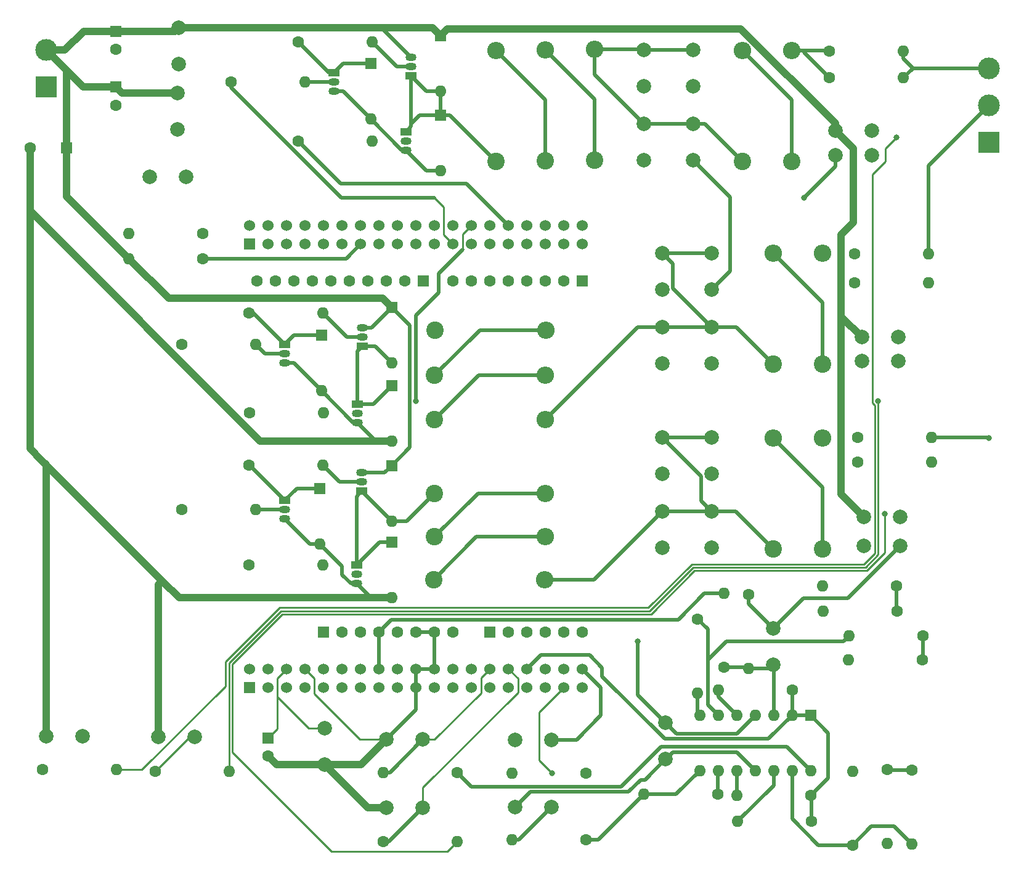
<source format=gbr>
%TF.GenerationSoftware,KiCad,Pcbnew,7.0.8*%
%TF.CreationDate,2024-01-04T13:34:46+01:00*%
%TF.ProjectId,Inverter F446,496e7665-7274-4657-9220-463434362e6b,rev?*%
%TF.SameCoordinates,Original*%
%TF.FileFunction,Copper,L2,Bot*%
%TF.FilePolarity,Positive*%
%FSLAX46Y46*%
G04 Gerber Fmt 4.6, Leading zero omitted, Abs format (unit mm)*
G04 Created by KiCad (PCBNEW 7.0.8) date 2024-01-04 13:34:46*
%MOMM*%
%LPD*%
G01*
G04 APERTURE LIST*
%TA.AperFunction,ComponentPad*%
%ADD10C,2.000000*%
%TD*%
%TA.AperFunction,ComponentPad*%
%ADD11C,1.600000*%
%TD*%
%TA.AperFunction,ComponentPad*%
%ADD12O,1.600000X1.600000*%
%TD*%
%TA.AperFunction,ComponentPad*%
%ADD13R,1.600000X1.600000*%
%TD*%
%TA.AperFunction,ComponentPad*%
%ADD14R,1.500000X1.050000*%
%TD*%
%TA.AperFunction,ComponentPad*%
%ADD15O,1.500000X1.050000*%
%TD*%
%TA.AperFunction,ComponentPad*%
%ADD16C,2.400000*%
%TD*%
%TA.AperFunction,ComponentPad*%
%ADD17O,2.400000X2.400000*%
%TD*%
%TA.AperFunction,ComponentPad*%
%ADD18R,3.000000X3.000000*%
%TD*%
%TA.AperFunction,ComponentPad*%
%ADD19C,3.000000*%
%TD*%
%TA.AperFunction,ComponentPad*%
%ADD20R,1.605000X1.605000*%
%TD*%
%TA.AperFunction,ComponentPad*%
%ADD21C,1.605000*%
%TD*%
%TA.AperFunction,ComponentPad*%
%ADD22R,1.530000X1.530000*%
%TD*%
%TA.AperFunction,ComponentPad*%
%ADD23C,1.530000*%
%TD*%
%TA.AperFunction,ViaPad*%
%ADD24C,0.800000*%
%TD*%
%TA.AperFunction,Conductor*%
%ADD25C,0.500000*%
%TD*%
%TA.AperFunction,Conductor*%
%ADD26C,1.000000*%
%TD*%
%TA.AperFunction,Conductor*%
%ADD27C,0.250000*%
%TD*%
G04 APERTURE END LIST*
D10*
%TO.P,C12,1*%
%TO.N,Net-(C10-Pad1)*%
X109220000Y-55860000D03*
%TO.P,C12,2*%
%TO.N,GND1*%
X109220000Y-60860000D03*
%TD*%
D11*
%TO.P,R37,1*%
%TO.N,GND*%
X39260959Y-43050087D03*
D12*
%TO.P,R37,2*%
%TO.N,ADC2_IN6*%
X29100959Y-43050087D03*
%TD*%
D13*
%TO.P,D2,1,K*%
%TO.N,Net-(D2-K)*%
X62339688Y-19656242D03*
D12*
%TO.P,D2,2,A*%
%TO.N,GND*%
X62339688Y-27276242D03*
%TD*%
D10*
%TO.P,C24,1*%
%TO.N,ADC1_IN4*%
X130078061Y-85980594D03*
%TO.P,C24,2*%
%TO.N,GND*%
X135078061Y-85980594D03*
%TD*%
D14*
%TO.P,Q3,1,C*%
%TO.N,Net-(D2-K)*%
X57274523Y-20926242D03*
D15*
%TO.P,Q3,2,B*%
%TO.N,Net-(Q3-B)*%
X57274523Y-22196242D03*
%TO.P,Q3,3,E*%
%TO.N,GND*%
X57274523Y-23466242D03*
%TD*%
D16*
%TO.P,L6,1,1*%
%TO.N,Net-(D1-A)*%
X79586667Y-33127323D03*
D17*
%TO.P,L6,2,2*%
%TO.N,Net-(L1-Pad1)*%
X79586667Y-17887323D03*
%TD*%
D13*
%TO.P,C7,1*%
%TO.N,+5V*%
X27339244Y-22871589D03*
D11*
%TO.P,C7,2*%
%TO.N,GND*%
X27339244Y-25371589D03*
%TD*%
D16*
%TO.P,L16,1,1*%
%TO.N,Net-(L15-Pad2)*%
X124460000Y-86360000D03*
D17*
%TO.P,L16,2,2*%
%TO.N,Net-(U4--)*%
X124460000Y-71120000D03*
%TD*%
D11*
%TO.P,R5,1*%
%TO.N,TIM_CH2N*%
X45685407Y-67651038D03*
D12*
%TO.P,R5,2*%
%TO.N,Net-(Q6-B)*%
X55845407Y-67651038D03*
%TD*%
D11*
%TO.P,R14,1*%
%TO.N,GND*%
X114300000Y-92611804D03*
D12*
%TO.P,R14,2*%
%TO.N,Net-(U5A-+)*%
X114300000Y-102771804D03*
%TD*%
D18*
%TO.P,J1,1,Pin_1*%
%TO.N,GND*%
X17780000Y-22860000D03*
D19*
%TO.P,J1,2,Pin_2*%
%TO.N,+5V*%
X17780000Y-17780000D03*
%TD*%
D11*
%TO.P,R1,1*%
%TO.N,Net-(D2-K)*%
X52379688Y-16701823D03*
D12*
%TO.P,R1,2*%
%TO.N,Net-(Q2-B)*%
X62539688Y-16701823D03*
%TD*%
D14*
%TO.P,Q8,1,C*%
%TO.N,Net-(D8-A)*%
X61147815Y-78446962D03*
D15*
%TO.P,Q8,2,B*%
%TO.N,Net-(Q8-B)*%
X61147815Y-77176962D03*
%TO.P,Q8,3,E*%
%TO.N,+5V*%
X61147815Y-75906962D03*
%TD*%
D10*
%TO.P,C25,1*%
%TO.N,ADC1_IN10*%
X87187777Y-112579296D03*
%TO.P,C25,2*%
%TO.N,GND*%
X82187777Y-112579296D03*
%TD*%
D11*
%TO.P,R22,1*%
%TO.N,ADC1_IN4*%
X122815658Y-120253120D03*
D12*
%TO.P,R22,2*%
%TO.N,Net-(U5C-+)*%
X112655658Y-120253120D03*
%TD*%
D11*
%TO.P,R32,1*%
%TO.N,ADC3_IN1*%
X64049887Y-126628662D03*
D12*
%TO.P,R32,2*%
%TO.N,Net-(R32-Pad2)*%
X74209887Y-126628662D03*
%TD*%
D11*
%TO.P,R25,1*%
%TO.N,Phase2*%
X138179567Y-101648266D03*
D12*
%TO.P,R25,2*%
%TO.N,Net-(U5D-+)*%
X128019567Y-101648266D03*
%TD*%
D11*
%TO.P,R21,1*%
%TO.N,Phase3*%
X133320319Y-116710364D03*
D12*
%TO.P,R21,2*%
%TO.N,Net-(U5C--)*%
X133320319Y-126870364D03*
%TD*%
D10*
%TO.P,C34,1*%
%TO.N,ADC2_IN6*%
X32020697Y-35199069D03*
%TO.P,C34,2*%
%TO.N,GND*%
X37020697Y-35199069D03*
%TD*%
D11*
%TO.P,R28,1*%
%TO.N,Net-(U5D--)*%
X128555967Y-127055435D03*
D12*
%TO.P,R28,2*%
%TO.N,Net-(R28-Pad2)*%
X128555967Y-116895435D03*
%TD*%
D13*
%TO.P,C32,1*%
%TO.N,Net-(U1A-E5V)*%
X48260000Y-112346386D03*
D11*
%TO.P,C32,2*%
%TO.N,GND*%
X48260000Y-114846386D03*
%TD*%
%TO.P,R11,1*%
%TO.N,Phase1*%
X134620000Y-91440000D03*
D12*
%TO.P,R11,2*%
%TO.N,Net-(U5B-+)*%
X124460000Y-91440000D03*
%TD*%
D11*
%TO.P,R40,1*%
%TO.N,Net-(U4--)*%
X129287238Y-71015959D03*
D12*
%TO.P,R40,2*%
%TO.N,Phase3*%
X139447238Y-71015959D03*
%TD*%
D16*
%TO.P,L3,1,1*%
%TO.N,Net-(C1-Pad1)*%
X113453332Y-33127323D03*
D17*
%TO.P,L3,2,2*%
%TO.N,Net-(L3-Pad2)*%
X113453332Y-17887323D03*
%TD*%
D11*
%TO.P,R10,1*%
%TO.N,Net-(U2--)*%
X125402877Y-21642615D03*
D12*
%TO.P,R10,2*%
%TO.N,Phase1*%
X135562877Y-21642615D03*
%TD*%
D16*
%TO.P,L7,1,1*%
%TO.N,Net-(D5-A)*%
X71205233Y-56291482D03*
D17*
%TO.P,L7,2,2*%
%TO.N,Net-(L7-Pad2)*%
X86445233Y-56291482D03*
%TD*%
D10*
%TO.P,C21,1*%
%TO.N,ADC1_IN4*%
X129840775Y-60555652D03*
%TO.P,C21,2*%
%TO.N,GND*%
X134840775Y-60555652D03*
%TD*%
D11*
%TO.P,R39,1*%
%TO.N,Net-(U3--)*%
X128860592Y-45829420D03*
D12*
%TO.P,R39,2*%
%TO.N,Phase2*%
X139020592Y-45829420D03*
%TD*%
D20*
%TO.P,U1,CN5_1,D8*%
%TO.N,unconnected-(U1F-D8-PadCN5_1)*%
X69600000Y-49530000D03*
D21*
%TO.P,U1,CN5_2,D9*%
%TO.N,unconnected-(U1F-D9-PadCN5_2)*%
X67060000Y-49530000D03*
%TO.P,U1,CN5_3,D10*%
%TO.N,unconnected-(U1F-D10-PadCN5_3)*%
X64520000Y-49530000D03*
%TO.P,U1,CN5_4,D11*%
%TO.N,unconnected-(U1F-D11-PadCN5_4)*%
X61980000Y-49530000D03*
%TO.P,U1,CN5_5,D12*%
%TO.N,unconnected-(U1F-D12-PadCN5_5)*%
X59440000Y-49530000D03*
%TO.P,U1,CN5_6,D13*%
%TO.N,unconnected-(U1F-D13-PadCN5_6)*%
X56900000Y-49530000D03*
%TO.P,U1,CN5_7,CN5_GND*%
%TO.N,GND*%
X54360000Y-49530000D03*
%TO.P,U1,CN5_8,AREF*%
%TO.N,unconnected-(U1F-AREF-PadCN5_8)*%
X51820000Y-49530000D03*
%TO.P,U1,CN5_9,D14*%
%TO.N,unconnected-(U1F-D14-PadCN5_9)*%
X49280000Y-49530000D03*
%TO.P,U1,CN5_10,D15*%
%TO.N,unconnected-(U1F-D15-PadCN5_10)*%
X46740000Y-49530000D03*
D20*
%TO.P,U1,CN6_1*%
%TO.N,N/C*%
X55880000Y-97790000D03*
D21*
%TO.P,U1,CN6_2,CN6_IOREF*%
%TO.N,unconnected-(U1C-CN6_IOREF-PadCN6_2)*%
X58420000Y-97790000D03*
%TO.P,U1,CN6_3,CN6_RESET*%
%TO.N,unconnected-(U1C-CN6_RESET-PadCN6_3)*%
X60960000Y-97790000D03*
%TO.P,U1,CN6_4,CN6_+3V3*%
%TO.N,+3.3V*%
X63500000Y-97790000D03*
%TO.P,U1,CN6_5,CN6_+5V*%
%TO.N,unconnected-(U1C-CN6_+5V-PadCN6_5)*%
X66040000Y-97790000D03*
%TO.P,U1,CN6_6,CN6_GND*%
%TO.N,GND*%
X68580000Y-97790000D03*
%TO.P,U1,CN6_7,CN6_GND*%
X71120000Y-97790000D03*
%TO.P,U1,CN6_8,CN6_VIN*%
%TO.N,unconnected-(U1C-CN6_VIN-PadCN6_8)*%
X73660000Y-97790000D03*
D22*
%TO.P,U1,CN7_1,PC10*%
%TO.N,unconnected-(U1A-PC10-PadCN7_1)*%
X45720000Y-105410000D03*
D23*
%TO.P,U1,CN7_2,PC11*%
%TO.N,unconnected-(U1A-PC11-PadCN7_2)*%
X45720000Y-102870000D03*
%TO.P,U1,CN7_3,PC12*%
%TO.N,unconnected-(U1A-PC12-PadCN7_3)*%
X48260000Y-105410000D03*
%TO.P,U1,CN7_4,PD2*%
%TO.N,unconnected-(U1A-PD2-PadCN7_4)*%
X48260000Y-102870000D03*
%TO.P,U1,CN7_5,VDD*%
%TO.N,unconnected-(U1A-VDD-PadCN7_5)*%
X50800000Y-105410000D03*
%TO.P,U1,CN7_6,E5V*%
%TO.N,Net-(U1A-E5V)*%
X50800000Y-102870000D03*
%TO.P,U1,CN7_7,BOOT0*%
%TO.N,unconnected-(U1A-BOOT0-PadCN7_7)*%
X53340000Y-105410000D03*
%TO.P,U1,CN7_8,CN7_GND*%
%TO.N,GND*%
X53340000Y-102870000D03*
%TO.P,U1,CN7_9*%
%TO.N,N/C*%
X55880000Y-105410000D03*
%TO.P,U1,CN7_10*%
X55880000Y-102870000D03*
%TO.P,U1,CN7_11*%
X58420000Y-105410000D03*
%TO.P,U1,CN7_12,CN7_IOREF*%
%TO.N,unconnected-(U1A-CN7_IOREF-PadCN7_12)*%
X58420000Y-102870000D03*
%TO.P,U1,CN7_13,PA13*%
%TO.N,unconnected-(U1A-PA13-PadCN7_13)*%
X60960000Y-105410000D03*
%TO.P,U1,CN7_14,CN7_RESET*%
%TO.N,unconnected-(U1A-CN7_RESET-PadCN7_14)*%
X60960000Y-102870000D03*
%TO.P,U1,CN7_15,PA14*%
%TO.N,unconnected-(U1A-PA14-PadCN7_15)*%
X63500000Y-105410000D03*
%TO.P,U1,CN7_16,CN7_+3V3*%
%TO.N,+3.3V*%
X63500000Y-102870000D03*
%TO.P,U1,CN7_17,PA15*%
%TO.N,unconnected-(U1A-PA15-PadCN7_17)*%
X66040000Y-105410000D03*
%TO.P,U1,CN7_18,CN7_+5V*%
%TO.N,unconnected-(U1A-CN7_+5V-PadCN7_18)*%
X66040000Y-102870000D03*
%TO.P,U1,CN7_19,CN7_GND*%
%TO.N,GND*%
X68580000Y-105410000D03*
%TO.P,U1,CN7_20,CN7_GND*%
X68580000Y-102870000D03*
%TO.P,U1,CN7_21,PB7*%
%TO.N,unconnected-(U1A-PB7-PadCN7_21)*%
X71120000Y-105410000D03*
%TO.P,U1,CN7_22,CN7_GND*%
%TO.N,GND*%
X71120000Y-102870000D03*
%TO.P,U1,CN7_23,PC13*%
%TO.N,unconnected-(U1A-PC13-PadCN7_23)*%
X73660000Y-105410000D03*
%TO.P,U1,CN7_24,CN7_VIN*%
%TO.N,unconnected-(U1A-CN7_VIN-PadCN7_24)*%
X73660000Y-102870000D03*
%TO.P,U1,CN7_25,PC14*%
%TO.N,unconnected-(U1A-PC14-PadCN7_25)*%
X76200000Y-105410000D03*
%TO.P,U1,CN7_26*%
%TO.N,N/C*%
X76200000Y-102870000D03*
%TO.P,U1,CN7_27,PC15*%
%TO.N,unconnected-(U1A-PC15-PadCN7_27)*%
X78740000Y-105410000D03*
%TO.P,U1,CN7_28,PA0*%
%TO.N,ADC3_IN0*%
X78740000Y-102870000D03*
%TO.P,U1,CN7_29,PH0*%
%TO.N,unconnected-(U1A-PH0-PadCN7_29)*%
X81280000Y-105410000D03*
%TO.P,U1,CN7_30,PA1*%
%TO.N,ADC3_IN1*%
X81280000Y-102870000D03*
%TO.P,U1,CN7_31,PH1*%
%TO.N,unconnected-(U1A-PH1-PadCN7_31)*%
X83820000Y-105410000D03*
%TO.P,U1,CN7_32,PA4*%
%TO.N,ADC1_IN4*%
X83820000Y-102870000D03*
%TO.P,U1,CN7_33,VBAT*%
%TO.N,unconnected-(U1A-VBAT-PadCN7_33)*%
X86360000Y-105410000D03*
%TO.P,U1,CN7_34,PB0*%
%TO.N,unconnected-(U1A-PB0-PadCN7_34)*%
X86360000Y-102870000D03*
%TO.P,U1,CN7_35,PC2*%
%TO.N,ADC2_IN12*%
X88900000Y-105410000D03*
%TO.P,U1,CN7_36,PC1/PB9*%
%TO.N,ADC1_IN11*%
X88900000Y-102870000D03*
%TO.P,U1,CN7_37,PC3*%
%TO.N,ADC2_IN13*%
X91440000Y-105410000D03*
%TO.P,U1,CN7_38,PC0/PB8*%
%TO.N,ADC1_IN10*%
X91440000Y-102870000D03*
D20*
%TO.P,U1,CN8_1,A0*%
%TO.N,unconnected-(U1E-A0-PadCN8_1)*%
X78740000Y-97790000D03*
D21*
%TO.P,U1,CN8_2,A1*%
%TO.N,unconnected-(U1E-A1-PadCN8_2)*%
X81280000Y-97790000D03*
%TO.P,U1,CN8_3,A2*%
%TO.N,unconnected-(U1E-A2-PadCN8_3)*%
X83820000Y-97790000D03*
%TO.P,U1,CN8_4,A3*%
%TO.N,unconnected-(U1E-A3-PadCN8_4)*%
X86360000Y-97790000D03*
%TO.P,U1,CN8_5,A4*%
%TO.N,unconnected-(U1E-A4-PadCN8_5)*%
X88900000Y-97790000D03*
%TO.P,U1,CN8_6,A5*%
%TO.N,unconnected-(U1E-A5-PadCN8_6)*%
X91440000Y-97790000D03*
D20*
%TO.P,U1,CN9_1,D0*%
%TO.N,unconnected-(U1D-D0-PadCN9_1)*%
X91440000Y-49530000D03*
D21*
%TO.P,U1,CN9_2,D1*%
%TO.N,unconnected-(U1D-D1-PadCN9_2)*%
X88900000Y-49530000D03*
%TO.P,U1,CN9_3,D2*%
%TO.N,unconnected-(U1D-D2-PadCN9_3)*%
X86360000Y-49530000D03*
%TO.P,U1,CN9_4,D3*%
%TO.N,unconnected-(U1D-D3-PadCN9_4)*%
X83820000Y-49530000D03*
%TO.P,U1,CN9_5,D4*%
%TO.N,unconnected-(U1D-D4-PadCN9_5)*%
X81280000Y-49530000D03*
%TO.P,U1,CN9_6,D5*%
%TO.N,unconnected-(U1D-D5-PadCN9_6)*%
X78740000Y-49530000D03*
%TO.P,U1,CN9_7,D6*%
%TO.N,unconnected-(U1D-D6-PadCN9_7)*%
X76200000Y-49530000D03*
%TO.P,U1,CN9_8,D7*%
%TO.N,unconnected-(U1D-D7-PadCN9_8)*%
X73660000Y-49530000D03*
D22*
%TO.P,U1,CN10_1,PC9*%
%TO.N,unconnected-(U1B-PC9-PadCN10_1)*%
X45720000Y-44450000D03*
D23*
%TO.P,U1,CN10_2,PC8*%
%TO.N,unconnected-(U1B-PC8-PadCN10_2)*%
X45720000Y-41910000D03*
%TO.P,U1,CN10_3,PB8*%
%TO.N,unconnected-(U1B-PB8-PadCN10_3)*%
X48260000Y-44450000D03*
%TO.P,U1,CN10_4,PC6*%
%TO.N,unconnected-(U1B-PC6-PadCN10_4)*%
X48260000Y-41910000D03*
%TO.P,U1,CN10_5,PB9*%
%TO.N,unconnected-(U1B-PB9-PadCN10_5)*%
X50800000Y-44450000D03*
%TO.P,U1,CN10_6,PC5*%
%TO.N,unconnected-(U1B-PC5-PadCN10_6)*%
X50800000Y-41910000D03*
%TO.P,U1,CN10_7,AVDD*%
%TO.N,unconnected-(U1B-AVDD-PadCN10_7)*%
X53340000Y-44450000D03*
%TO.P,U1,CN10_8,U5V*%
%TO.N,unconnected-(U1B-U5V-PadCN10_8)*%
X53340000Y-41910000D03*
%TO.P,U1,CN10_9,CN10_GND*%
%TO.N,GND*%
X55880000Y-44450000D03*
%TO.P,U1,CN10_10*%
%TO.N,N/C*%
X55880000Y-41910000D03*
%TO.P,U1,CN10_11,PA5*%
%TO.N,unconnected-(U1B-PA5-PadCN10_11)*%
X58420000Y-44450000D03*
%TO.P,U1,CN10_12,PA12*%
%TO.N,unconnected-(U1B-PA12-PadCN10_12)*%
X58420000Y-41910000D03*
%TO.P,U1,CN10_13,PA6*%
%TO.N,ADC2_IN6*%
X60960000Y-44450000D03*
%TO.P,U1,CN10_14,PA11*%
%TO.N,unconnected-(U1B-PA11-PadCN10_14)*%
X60960000Y-41910000D03*
%TO.P,U1,CN10_15,PA7*%
%TO.N,unconnected-(U1B-PA7-PadCN10_15)*%
X63500000Y-44450000D03*
%TO.P,U1,CN10_16,PB12*%
%TO.N,unconnected-(U1B-PB12-PadCN10_16)*%
X63500000Y-41910000D03*
%TO.P,U1,CN10_17,PB6*%
%TO.N,unconnected-(U1B-PB6-PadCN10_17)*%
X66040000Y-44450000D03*
%TO.P,U1,CN10_18*%
%TO.N,N/C*%
X66040000Y-41910000D03*
%TO.P,U1,CN10_19,PC7*%
%TO.N,unconnected-(U1B-PC7-PadCN10_19)*%
X68580000Y-44450000D03*
%TO.P,U1,CN10_20,CN10_GND*%
%TO.N,GND*%
X68580000Y-41910000D03*
%TO.P,U1,CN10_21,PA9*%
%TO.N,TIM_CH2*%
X71120000Y-44450000D03*
%TO.P,U1,CN10_22,PB2*%
%TO.N,unconnected-(U1B-PB2-PadCN10_22)*%
X71120000Y-41910000D03*
%TO.P,U1,CN10_23,PA8*%
%TO.N,TIM_CH1*%
X73660000Y-44450000D03*
%TO.P,U1,CN10_24,PB1*%
%TO.N,unconnected-(U1B-PB1-PadCN10_24)*%
X73660000Y-41910000D03*
%TO.P,U1,CN10_25,PB10*%
%TO.N,unconnected-(U1B-PB10-PadCN10_25)*%
X76200000Y-44450000D03*
%TO.P,U1,CN10_26,PB15*%
%TO.N,TIM_CH3N*%
X76200000Y-41910000D03*
%TO.P,U1,CN10_27,PB4*%
%TO.N,unconnected-(U1B-PB4-PadCN10_27)*%
X78740000Y-44450000D03*
%TO.P,U1,CN10_28,PB14*%
%TO.N,TIM_CH2N*%
X78740000Y-41910000D03*
%TO.P,U1,CN10_29,PB5*%
%TO.N,unconnected-(U1B-PB5-PadCN10_29)*%
X81280000Y-44450000D03*
%TO.P,U1,CN10_30,PB13*%
%TO.N,TIM_CH1N*%
X81280000Y-41910000D03*
%TO.P,U1,CN10_31,PB3*%
%TO.N,unconnected-(U1B-PB3-PadCN10_31)*%
X83820000Y-44450000D03*
%TO.P,U1,CN10_32,AGND*%
%TO.N,unconnected-(U1B-AGND-PadCN10_32)*%
X83820000Y-41910000D03*
%TO.P,U1,CN10_33,PA10*%
%TO.N,TIM_CH3*%
X86360000Y-44450000D03*
%TO.P,U1,CN10_34,PC4*%
%TO.N,unconnected-(U1B-PC4-PadCN10_34)*%
X86360000Y-41910000D03*
%TO.P,U1,CN10_35,PA2*%
%TO.N,unconnected-(U1B-PA2-PadCN10_35)*%
X88900000Y-44450000D03*
%TO.P,U1,CN10_36*%
%TO.N,N/C*%
X88900000Y-41910000D03*
%TO.P,U1,CN10_37,PA3*%
%TO.N,unconnected-(U1B-PA3-PadCN10_37)*%
X91440000Y-44450000D03*
%TO.P,U1,CN10_38*%
%TO.N,N/C*%
X91440000Y-41910000D03*
%TD*%
D10*
%TO.P,C30,1*%
%TO.N,ADC3_IN1*%
X69530528Y-121966945D03*
%TO.P,C30,2*%
%TO.N,GND*%
X64530528Y-121966945D03*
%TD*%
D16*
%TO.P,L15,1,1*%
%TO.N,Net-(C13-Pad1)*%
X117686665Y-86360000D03*
D17*
%TO.P,L15,2,2*%
%TO.N,Net-(L15-Pad2)*%
X117686665Y-71120000D03*
%TD*%
D11*
%TO.P,R6,1*%
%TO.N,Net-(D4-K)*%
X45643489Y-53947960D03*
D12*
%TO.P,R6,2*%
%TO.N,Net-(Q5-B)*%
X55803489Y-53947960D03*
%TD*%
D11*
%TO.P,R31,1*%
%TO.N,ADC2_IN13*%
X32730388Y-116927792D03*
D12*
%TO.P,R31,2*%
%TO.N,Net-(R31-Pad2)*%
X42890388Y-116927792D03*
%TD*%
D11*
%TO.P,R24,1*%
%TO.N,Net-(R23-Pad2)*%
X91932762Y-126311292D03*
D12*
%TO.P,R24,2*%
%TO.N,ADC2_IN12*%
X81772762Y-126311292D03*
%TD*%
D11*
%TO.P,R18,1*%
%TO.N,Net-(U4--)*%
X129287238Y-74405629D03*
D12*
%TO.P,R18,2*%
%TO.N,Phase3*%
X139447238Y-74405629D03*
%TD*%
D11*
%TO.P,R26,1*%
%TO.N,Phase3*%
X136681888Y-116739651D03*
D12*
%TO.P,R26,2*%
%TO.N,Net-(U5D--)*%
X136681888Y-126899651D03*
%TD*%
D10*
%TO.P,C13,1*%
%TO.N,Net-(C13-Pad1)*%
X102446667Y-71040000D03*
%TO.P,C13,2*%
%TO.N,GND1*%
X102446667Y-76040000D03*
%TD*%
D13*
%TO.P,D3,1,K*%
%TO.N,Net-(D1-A)*%
X71966667Y-26777323D03*
D12*
%TO.P,D3,2,A*%
%TO.N,GND*%
X71966667Y-34397323D03*
%TD*%
D16*
%TO.P,L11,1,1*%
%TO.N,Net-(L10-Pad2)*%
X124460000Y-60960000D03*
D17*
%TO.P,L11,2,2*%
%TO.N,Net-(U3--)*%
X124460000Y-45720000D03*
%TD*%
D11*
%TO.P,R36,1*%
%TO.N,ADC2_IN6*%
X39263895Y-46456938D03*
D12*
%TO.P,R36,2*%
%TO.N,+5V*%
X29103895Y-46456938D03*
%TD*%
D10*
%TO.P,C19,1*%
%TO.N,ADC1_IN4*%
X126223022Y-32251284D03*
%TO.P,C19,2*%
%TO.N,GND*%
X131223022Y-32251284D03*
%TD*%
D16*
%TO.P,L9,1,1*%
%TO.N,Net-(L8-Pad2)*%
X71120000Y-68580000D03*
D17*
%TO.P,L9,2,2*%
%TO.N,Net-(C10-Pad1)*%
X86360000Y-68580000D03*
%TD*%
D11*
%TO.P,R7,1*%
%TO.N,TIM_CH3*%
X36350390Y-80986962D03*
D12*
%TO.P,R7,2*%
%TO.N,Net-(Q7-B)*%
X46510390Y-80986962D03*
%TD*%
D10*
%TO.P,C23,1*%
%TO.N,+5V*%
X102884990Y-110277675D03*
%TO.P,C23,2*%
%TO.N,GND*%
X102884990Y-115277675D03*
%TD*%
D14*
%TO.P,Q2,1,C*%
%TO.N,Net-(D1-A)*%
X67894116Y-21328393D03*
D15*
%TO.P,Q2,2,B*%
%TO.N,Net-(Q2-B)*%
X67894116Y-20058393D03*
%TO.P,Q2,3,E*%
%TO.N,+5V*%
X67894116Y-18788393D03*
%TD*%
D10*
%TO.P,C3,1*%
%TO.N,Net-(C1-Pad1)*%
X99906666Y-27914127D03*
%TO.P,C3,2*%
%TO.N,GND1*%
X99906666Y-32914127D03*
%TD*%
%TO.P,C28,1*%
%TO.N,ADC1_IN11*%
X22780000Y-112103866D03*
%TO.P,C28,2*%
%TO.N,GND*%
X17780000Y-112103866D03*
%TD*%
D11*
%TO.P,R29,1*%
%TO.N,Net-(R28-Pad2)*%
X74228929Y-117082212D03*
D12*
%TO.P,R29,2*%
%TO.N,ADC3_IN0*%
X64068929Y-117082212D03*
%TD*%
D16*
%TO.P,L12,1,1*%
%TO.N,Net-(D8-A)*%
X71120000Y-78740000D03*
D17*
%TO.P,L12,2,2*%
%TO.N,Net-(L12-Pad2)*%
X86360000Y-78740000D03*
%TD*%
D16*
%TO.P,L14,1,1*%
%TO.N,Net-(L13-Pad2)*%
X71053576Y-90563547D03*
D17*
%TO.P,L14,2,2*%
%TO.N,Net-(C13-Pad1)*%
X86293576Y-90563547D03*
%TD*%
D10*
%TO.P,C22,1*%
%TO.N,+5V*%
X130078061Y-81930594D03*
%TO.P,C22,2*%
%TO.N,GND*%
X135078061Y-81930594D03*
%TD*%
%TO.P,C20,1*%
%TO.N,+5V*%
X129840775Y-57266421D03*
%TO.P,C20,2*%
%TO.N,GND*%
X134840775Y-57266421D03*
%TD*%
D14*
%TO.P,Q9,1,C*%
%TO.N,Net-(D8-A)*%
X60427815Y-88606962D03*
D15*
%TO.P,Q9,2,B*%
%TO.N,Net-(Q9-B)*%
X60427815Y-89876962D03*
%TO.P,Q9,3,E*%
%TO.N,GND*%
X60427815Y-91146962D03*
%TD*%
D13*
%TO.P,D4,1,K*%
%TO.N,Net-(D4-K)*%
X55566016Y-56982470D03*
D12*
%TO.P,D4,2,A*%
%TO.N,GND*%
X55566016Y-64602470D03*
%TD*%
D10*
%TO.P,C6,1*%
%TO.N,+5V*%
X35939341Y-14742570D03*
%TO.P,C6,2*%
%TO.N,GND*%
X35939341Y-19742570D03*
%TD*%
D11*
%TO.P,R17,1*%
%TO.N,Net-(U5B--)*%
X107286967Y-96031382D03*
D12*
%TO.P,R17,2*%
%TO.N,Net-(R17-Pad2)*%
X107286967Y-106191382D03*
%TD*%
D10*
%TO.P,C4,1*%
%TO.N,Net-(C1-Pad1)*%
X106679999Y-27914127D03*
%TO.P,C4,2*%
%TO.N,GND1*%
X106679999Y-32914127D03*
%TD*%
D13*
%TO.P,C8,1*%
%TO.N,+5V*%
X27339244Y-15210639D03*
D11*
%TO.P,C8,2*%
%TO.N,GND*%
X27339244Y-17710639D03*
%TD*%
%TO.P,R27,1*%
%TO.N,ADC1_IN4*%
X122956641Y-123783096D03*
D12*
%TO.P,R27,2*%
%TO.N,Net-(U5D-+)*%
X112796641Y-123783096D03*
%TD*%
D10*
%TO.P,C5,1*%
%TO.N,+5V*%
X35829030Y-23685503D03*
%TO.P,C5,2*%
%TO.N,GND*%
X35829030Y-28685503D03*
%TD*%
D16*
%TO.P,L8,1,1*%
%TO.N,Net-(L7-Pad2)*%
X71120000Y-62535377D03*
D17*
%TO.P,L8,2,2*%
%TO.N,Net-(L8-Pad2)*%
X86360000Y-62535377D03*
%TD*%
D10*
%TO.P,C16,1*%
%TO.N,Net-(C13-Pad1)*%
X109220000Y-81180000D03*
%TO.P,C16,2*%
%TO.N,GND1*%
X109220000Y-86180000D03*
%TD*%
%TO.P,C14,1*%
%TO.N,Net-(C13-Pad1)*%
X109220000Y-71040000D03*
%TO.P,C14,2*%
%TO.N,GND1*%
X109220000Y-76040000D03*
%TD*%
%TO.P,C27,1*%
%TO.N,ADC3_IN0*%
X69503792Y-112555624D03*
%TO.P,C27,2*%
%TO.N,GND*%
X64503792Y-112555624D03*
%TD*%
%TO.P,C9,1*%
%TO.N,Net-(C10-Pad1)*%
X102446667Y-45720000D03*
%TO.P,C9,2*%
%TO.N,GND1*%
X102446667Y-50720000D03*
%TD*%
D16*
%TO.P,L1,1,1*%
%TO.N,Net-(L1-Pad1)*%
X86360000Y-33020000D03*
D17*
%TO.P,L1,2,2*%
%TO.N,Net-(L1-Pad2)*%
X86360000Y-17780000D03*
%TD*%
D13*
%TO.P,D8,1,K*%
%TO.N,+5V*%
X65240351Y-74929895D03*
D12*
%TO.P,D8,2,A*%
%TO.N,Net-(D8-A)*%
X65240351Y-82549895D03*
%TD*%
D10*
%TO.P,C10,1*%
%TO.N,Net-(C10-Pad1)*%
X109220000Y-45720000D03*
%TO.P,C10,2*%
%TO.N,GND1*%
X109220000Y-50720000D03*
%TD*%
D13*
%TO.P,D5,1,K*%
%TO.N,+5V*%
X65272386Y-53194390D03*
D12*
%TO.P,D5,2,A*%
%TO.N,Net-(D5-A)*%
X65272386Y-60814390D03*
%TD*%
D10*
%TO.P,C26,1*%
%TO.N,ADC2_IN12*%
X87225483Y-121815448D03*
%TO.P,C26,2*%
%TO.N,GND*%
X82225483Y-121815448D03*
%TD*%
D11*
%TO.P,R38,1*%
%TO.N,Net-(U2--)*%
X125402877Y-17977129D03*
D12*
%TO.P,R38,2*%
%TO.N,Phase1*%
X135562877Y-17977129D03*
%TD*%
D11*
%TO.P,R4,1*%
%TO.N,TIM_CH2*%
X36402410Y-58252470D03*
D12*
%TO.P,R4,2*%
%TO.N,Net-(Q1-B)*%
X46562410Y-58252470D03*
%TD*%
D11*
%TO.P,R3,1*%
%TO.N,TIM_CH1N*%
X52379688Y-30289442D03*
D12*
%TO.P,R3,2*%
%TO.N,Net-(Q4-B)*%
X62539688Y-30289442D03*
%TD*%
D14*
%TO.P,Q5,1,C*%
%TO.N,Net-(D5-A)*%
X61199835Y-58514732D03*
D15*
%TO.P,Q5,2,B*%
%TO.N,Net-(Q5-B)*%
X61199835Y-57244732D03*
%TO.P,Q5,3,E*%
%TO.N,+5V*%
X61199835Y-55974732D03*
%TD*%
D11*
%TO.P,R8,1*%
%TO.N,TIM_CH3N*%
X45633387Y-88606962D03*
D12*
%TO.P,R8,2*%
%TO.N,Net-(Q9-B)*%
X55793387Y-88606962D03*
%TD*%
D11*
%TO.P,R15,1*%
%TO.N,Net-(U3--)*%
X128834806Y-49767842D03*
D12*
%TO.P,R15,2*%
%TO.N,Phase2*%
X138994806Y-49767842D03*
%TD*%
D10*
%TO.P,C29,1*%
%TO.N,ADC2_IN13*%
X38157677Y-112201796D03*
%TO.P,C29,2*%
%TO.N,GND*%
X33157677Y-112201796D03*
%TD*%
D13*
%TO.P,D1,1,K*%
%TO.N,+5V*%
X71966667Y-15830566D03*
D12*
%TO.P,D1,2,A*%
%TO.N,Net-(D1-A)*%
X71966667Y-23450566D03*
%TD*%
D11*
%TO.P,R16,1*%
%TO.N,ADC1_IN4*%
X120278364Y-105719119D03*
D12*
%TO.P,R16,2*%
%TO.N,Net-(U5B-+)*%
X110118364Y-105719119D03*
%TD*%
D11*
%TO.P,R9,1*%
%TO.N,Net-(D7-K)*%
X45591469Y-74825039D03*
D12*
%TO.P,R9,2*%
%TO.N,Net-(Q8-B)*%
X55751469Y-74825039D03*
%TD*%
D13*
%TO.P,D7,1,K*%
%TO.N,Net-(D7-K)*%
X55375315Y-78048918D03*
D12*
%TO.P,D7,2,A*%
%TO.N,GND*%
X55375315Y-85668918D03*
%TD*%
D16*
%TO.P,L13,1,1*%
%TO.N,Net-(L12-Pad2)*%
X71120000Y-84718198D03*
D17*
%TO.P,L13,2,2*%
%TO.N,Net-(L13-Pad2)*%
X86360000Y-84718198D03*
%TD*%
D13*
%TO.P,C33,1*%
%TO.N,+5V*%
X20563953Y-31261220D03*
D11*
%TO.P,C33,2*%
%TO.N,GND*%
X15563953Y-31261220D03*
%TD*%
D10*
%TO.P,C1,1*%
%TO.N,Net-(C1-Pad1)*%
X99906666Y-17774127D03*
%TO.P,C1,2*%
%TO.N,GND1*%
X99906666Y-22774127D03*
%TD*%
D14*
%TO.P,Q1,1,C*%
%TO.N,Net-(D4-K)*%
X50500851Y-58252470D03*
D15*
%TO.P,Q1,2,B*%
%TO.N,Net-(Q1-B)*%
X50500851Y-59522470D03*
%TO.P,Q1,3,E*%
%TO.N,GND*%
X50500851Y-60792470D03*
%TD*%
D13*
%TO.P,D9,1,K*%
%TO.N,Net-(D8-A)*%
X65243743Y-85450239D03*
D12*
%TO.P,D9,2,A*%
%TO.N,GND*%
X65243743Y-93070239D03*
%TD*%
D10*
%TO.P,C17,1*%
%TO.N,+5V*%
X126199089Y-28871610D03*
%TO.P,C17,2*%
%TO.N,GND*%
X131199089Y-28871610D03*
%TD*%
D11*
%TO.P,R30,1*%
%TO.N,ADC1_IN11*%
X17294668Y-116715617D03*
D12*
%TO.P,R30,2*%
%TO.N,Net-(R30-Pad2)*%
X27454668Y-116715617D03*
%TD*%
D14*
%TO.P,Q6,1,C*%
%TO.N,Net-(D5-A)*%
X60479835Y-66439277D03*
D15*
%TO.P,Q6,2,B*%
%TO.N,Net-(Q6-B)*%
X60479835Y-67709277D03*
%TO.P,Q6,3,E*%
%TO.N,GND*%
X60479835Y-68979277D03*
%TD*%
D16*
%TO.P,L2,1,1*%
%TO.N,Net-(L1-Pad2)*%
X93133333Y-32964127D03*
D17*
%TO.P,L2,2,2*%
%TO.N,Net-(C1-Pad1)*%
X93133333Y-17724127D03*
%TD*%
D11*
%TO.P,R2,1*%
%TO.N,TIM_CH1*%
X43176082Y-22177431D03*
D12*
%TO.P,R2,2*%
%TO.N,Net-(Q3-B)*%
X53336082Y-22177431D03*
%TD*%
D10*
%TO.P,C11,1*%
%TO.N,Net-(C10-Pad1)*%
X102446667Y-55860000D03*
%TO.P,C11,2*%
%TO.N,GND1*%
X102446667Y-60860000D03*
%TD*%
%TO.P,C15,1*%
%TO.N,Net-(C13-Pad1)*%
X102446667Y-81180000D03*
%TO.P,C15,2*%
%TO.N,GND1*%
X102446667Y-86180000D03*
%TD*%
%TO.P,C31,1*%
%TO.N,Net-(U1A-E5V)*%
X55999631Y-111028765D03*
%TO.P,C31,2*%
%TO.N,GND*%
X55999631Y-116028765D03*
%TD*%
D11*
%TO.P,R20,1*%
%TO.N,Phase1*%
X134652999Y-94895396D03*
D12*
%TO.P,R20,2*%
%TO.N,Net-(U5C-+)*%
X124492999Y-94895396D03*
%TD*%
D10*
%TO.P,C18,1*%
%TO.N,Net-(U5A-+)*%
X117629435Y-102268518D03*
%TO.P,C18,2*%
%TO.N,GND*%
X117629435Y-97268518D03*
%TD*%
D13*
%TO.P,U5,1*%
%TO.N,ADC1_IN4*%
X122796621Y-109220000D03*
D12*
%TO.P,U5,2,-*%
X120256621Y-109220000D03*
%TO.P,U5,3,+*%
%TO.N,Net-(U5A-+)*%
X117716621Y-109220000D03*
%TO.P,U5,4,V+*%
%TO.N,+5V*%
X115176621Y-109220000D03*
%TO.P,U5,5,+*%
%TO.N,Net-(U5B-+)*%
X112636621Y-109220000D03*
%TO.P,U5,6,-*%
%TO.N,Net-(U5B--)*%
X110096621Y-109220000D03*
%TO.P,U5,7*%
%TO.N,Net-(R17-Pad2)*%
X107556621Y-109220000D03*
%TO.P,U5,8*%
%TO.N,Net-(R23-Pad2)*%
X107556621Y-116840000D03*
%TO.P,U5,9,-*%
%TO.N,Net-(U5C--)*%
X110096621Y-116840000D03*
%TO.P,U5,10,+*%
%TO.N,Net-(U5C-+)*%
X112636621Y-116840000D03*
%TO.P,U5,11,V-*%
%TO.N,GND*%
X115176621Y-116840000D03*
%TO.P,U5,12,+*%
%TO.N,Net-(U5D-+)*%
X117716621Y-116840000D03*
%TO.P,U5,13,-*%
%TO.N,Net-(U5D--)*%
X120256621Y-116840000D03*
%TO.P,U5,14*%
%TO.N,Net-(R28-Pad2)*%
X122796621Y-116840000D03*
%TD*%
D18*
%TO.P,J2,1,Pin_1*%
%TO.N,Phase3*%
X147320000Y-30480000D03*
D19*
%TO.P,J2,2,Pin_2*%
%TO.N,Phase2*%
X147320000Y-25400000D03*
%TO.P,J2,3,Pin_3*%
%TO.N,Phase1*%
X147320000Y-20320000D03*
%TD*%
D11*
%TO.P,R23,1*%
%TO.N,Net-(U5C--)*%
X110017191Y-120101531D03*
D12*
%TO.P,R23,2*%
%TO.N,Net-(R23-Pad2)*%
X99857191Y-120101531D03*
%TD*%
D16*
%TO.P,L4,1,1*%
%TO.N,Net-(L3-Pad2)*%
X120226667Y-33127323D03*
D17*
%TO.P,L4,2,2*%
%TO.N,Net-(U2--)*%
X120226667Y-17887323D03*
%TD*%
D10*
%TO.P,C2,1*%
%TO.N,Net-(C1-Pad1)*%
X106679999Y-17774127D03*
%TO.P,C2,2*%
%TO.N,GND1*%
X106679999Y-22774127D03*
%TD*%
D11*
%TO.P,R12,1*%
%TO.N,Phase2*%
X138203982Y-98332267D03*
D12*
%TO.P,R12,2*%
%TO.N,Net-(U5B--)*%
X128043982Y-98332267D03*
%TD*%
D13*
%TO.P,D6,1,K*%
%TO.N,Net-(D5-A)*%
X65272386Y-63899492D03*
D12*
%TO.P,D6,2,A*%
%TO.N,GND*%
X65272386Y-71519492D03*
%TD*%
D16*
%TO.P,L10,1,1*%
%TO.N,Net-(C10-Pad1)*%
X117686665Y-60960000D03*
D17*
%TO.P,L10,2,2*%
%TO.N,Net-(L10-Pad2)*%
X117686665Y-45720000D03*
%TD*%
D11*
%TO.P,R19,1*%
%TO.N,Net-(R17-Pad2)*%
X91906915Y-117204549D03*
D12*
%TO.P,R19,2*%
%TO.N,ADC1_IN10*%
X81746915Y-117204549D03*
%TD*%
D14*
%TO.P,Q4,1,C*%
%TO.N,Net-(D1-A)*%
X67174116Y-29015621D03*
D15*
%TO.P,Q4,2,B*%
%TO.N,Net-(Q4-B)*%
X67174116Y-30285621D03*
%TO.P,Q4,3,E*%
%TO.N,GND*%
X67174116Y-31555621D03*
%TD*%
D11*
%TO.P,R13,1*%
%TO.N,Net-(U5A-+)*%
X110880422Y-102655886D03*
D12*
%TO.P,R13,2*%
%TO.N,+3.3V*%
X110880422Y-92495886D03*
%TD*%
D14*
%TO.P,Q7,1,C*%
%TO.N,Net-(D7-K)*%
X50560678Y-79703833D03*
D15*
%TO.P,Q7,2,B*%
%TO.N,Net-(Q7-B)*%
X50560678Y-80973833D03*
%TO.P,Q7,3,E*%
%TO.N,GND*%
X50560678Y-82243833D03*
%TD*%
D24*
%TO.N,+5V*%
X99060000Y-99060000D03*
%TO.N,Phase3*%
X147320000Y-71120000D03*
%TO.N,Net-(R30-Pad2)*%
X134597508Y-29782754D03*
%TO.N,Net-(R31-Pad2)*%
X132080000Y-66040000D03*
%TO.N,Net-(R32-Pad2)*%
X133003065Y-81516163D03*
%TO.N,TIM_CH3N*%
X68602470Y-66040000D03*
%TO.N,ADC1_IN4*%
X121920000Y-38100000D03*
%TO.N,ADC2_IN12*%
X87293308Y-117224622D03*
%TD*%
D25*
%TO.N,Net-(C1-Pad1)*%
X106679999Y-27914127D02*
X108240136Y-27914127D01*
X99856666Y-17724127D02*
X99906666Y-17774127D01*
X106679999Y-27914127D02*
X99906667Y-27914127D01*
X99496270Y-27503730D02*
X93133333Y-21140794D01*
X106679999Y-17774127D02*
X99906666Y-17774127D01*
X99906667Y-27914127D02*
X99496270Y-27503730D01*
X99906666Y-27914127D02*
X99496270Y-27503730D01*
X93133333Y-17724127D02*
X99856666Y-17724127D01*
X108240136Y-27914127D02*
X113453332Y-33127323D01*
X93133333Y-21140794D02*
X93133333Y-17724127D01*
%TO.N,GND1*%
X111760000Y-37994128D02*
X111760000Y-48180000D01*
X106679999Y-32914127D02*
X111760000Y-37994128D01*
X111760000Y-48180000D02*
X109220000Y-50720000D01*
D26*
%TO.N,+5V*%
X29103895Y-46456938D02*
X34585088Y-51938131D01*
X28153158Y-23685503D02*
X27339244Y-22871589D01*
D25*
X67752970Y-55674974D02*
X67752970Y-72417276D01*
X62492044Y-55974732D02*
X65272386Y-53194390D01*
X99060000Y-106452685D02*
X99060000Y-99060000D01*
D26*
X22889361Y-15210639D02*
X27339244Y-15210639D01*
X129840775Y-57266421D02*
X127000000Y-54425646D01*
X127000000Y-54425646D02*
X127000000Y-78852533D01*
X128654058Y-31326579D02*
X126199089Y-28871610D01*
D25*
X63848293Y-14742570D02*
X63500000Y-14742570D01*
X67894116Y-18788393D02*
X63848293Y-14742570D01*
X61147815Y-75906962D02*
X64263284Y-75906962D01*
X104367315Y-111760000D02*
X112636621Y-111760000D01*
D26*
X34585088Y-51938131D02*
X64016127Y-51938131D01*
X35471272Y-15210639D02*
X35939341Y-14742570D01*
X20320000Y-20320000D02*
X17780000Y-17780000D01*
D25*
X64263284Y-75906962D02*
X65240351Y-74929895D01*
X102884990Y-110277675D02*
X104367315Y-111760000D01*
D26*
X70878671Y-14742570D02*
X71966667Y-15830566D01*
X72904209Y-14893024D02*
X71966667Y-15830566D01*
X20320000Y-17780000D02*
X22889361Y-15210639D01*
X63500000Y-14742570D02*
X70878671Y-14742570D01*
X64016127Y-51938131D02*
X65272386Y-53194390D01*
D25*
X102884990Y-110277675D02*
X99060000Y-106452685D01*
D26*
X126199089Y-28871610D02*
X126199089Y-27871610D01*
X22871589Y-22871589D02*
X20320000Y-20320000D01*
D25*
X65272386Y-53194390D02*
X67752970Y-55674974D01*
D26*
X20563953Y-37916996D02*
X29103895Y-46456938D01*
D25*
X61199835Y-55974732D02*
X62492044Y-55974732D01*
D26*
X17780000Y-17780000D02*
X20320000Y-17780000D01*
X20563953Y-31261220D02*
X20563953Y-37916996D01*
X127000000Y-43180000D02*
X128654058Y-41525942D01*
X35939341Y-14742570D02*
X63500000Y-14742570D01*
X127000000Y-78852533D02*
X130078061Y-81930594D01*
X126199089Y-27871610D02*
X113220503Y-14893024D01*
X127000000Y-54425646D02*
X127000000Y-43180000D01*
X35829030Y-23685503D02*
X28153158Y-23685503D01*
X20563953Y-20563953D02*
X20320000Y-20320000D01*
X20563953Y-31261220D02*
X20563953Y-20563953D01*
X113220503Y-14893024D02*
X72904209Y-14893024D01*
D25*
X112636621Y-111760000D02*
X115176621Y-109220000D01*
D26*
X27339244Y-15210639D02*
X35471272Y-15210639D01*
X27339244Y-22871589D02*
X22871589Y-22871589D01*
X128654058Y-41525942D02*
X128654058Y-31326579D01*
D25*
X67752970Y-72417276D02*
X65240351Y-74929895D01*
%TO.N,GND*%
X71120000Y-102870000D02*
X68580000Y-102870000D01*
D26*
X36036489Y-93070239D02*
X65243743Y-93070239D01*
D27*
X54593832Y-106273049D02*
X60876407Y-112555624D01*
D25*
X127945067Y-93113588D02*
X135078061Y-85980594D01*
D26*
X33713125Y-90746875D02*
X36036489Y-93070239D01*
D25*
X58420000Y-88713603D02*
X55375315Y-85668918D01*
X51756016Y-60792470D02*
X55566016Y-64602470D01*
X58420000Y-89885472D02*
X58420000Y-88713603D01*
D26*
X33157677Y-112201796D02*
X33157677Y-91302323D01*
D25*
X50500851Y-60792470D02*
X51756016Y-60792470D01*
X65243743Y-93070239D02*
X62351092Y-93070239D01*
D26*
X61937811Y-121966945D02*
X58885433Y-118914567D01*
X49442379Y-116028765D02*
X48260000Y-114846386D01*
D25*
X121784365Y-93113588D02*
X127945067Y-93113588D01*
D26*
X55999631Y-116028765D02*
X49442379Y-116028765D01*
D25*
X68580000Y-108479416D02*
X68580000Y-105410000D01*
X84285514Y-119755417D02*
X82225483Y-121815448D01*
X97800667Y-119755417D02*
X84285514Y-119755417D01*
X68580000Y-105410000D02*
X68580000Y-102870000D01*
X63020050Y-71519492D02*
X60479835Y-68979277D01*
X60427815Y-91146962D02*
X59681490Y-91146962D01*
X100051652Y-118111013D02*
X99445071Y-118111013D01*
X68580000Y-97790000D02*
X71120000Y-97790000D01*
X65272386Y-71519492D02*
X63020050Y-71519492D01*
D26*
X33157677Y-91302323D02*
X33713125Y-90746875D01*
D25*
X112636621Y-114300000D02*
X115176621Y-116840000D01*
X114300000Y-93939083D02*
X117629435Y-97268518D01*
D26*
X17780000Y-74813750D02*
X17203125Y-74236875D01*
D25*
X102884990Y-115277675D02*
X100051652Y-118111013D01*
X55375315Y-85668918D02*
X53985763Y-85668918D01*
D26*
X15563953Y-38100000D02*
X15563953Y-39909967D01*
X15563953Y-72597703D02*
X17203125Y-74236875D01*
D25*
X114300000Y-92611804D02*
X114300000Y-93939083D01*
X66619067Y-31555621D02*
X62339688Y-27276242D01*
X103862665Y-114300000D02*
X112636621Y-114300000D01*
X53985763Y-85668918D02*
X50560678Y-82243833D01*
D27*
X54593832Y-104123832D02*
X54593832Y-106273049D01*
D26*
X58885433Y-118914567D02*
X55999631Y-116028765D01*
D27*
X53340000Y-102870000D02*
X54593832Y-104123832D01*
D25*
X70015818Y-34397323D02*
X67174116Y-31555621D01*
X59942823Y-68979277D02*
X55566016Y-64602470D01*
D27*
X60876407Y-112555624D02*
X64503792Y-112555624D01*
D26*
X61030651Y-116028765D02*
X64503792Y-112555624D01*
X15563953Y-39909967D02*
X47173478Y-71519492D01*
X64530528Y-121966945D02*
X61937811Y-121966945D01*
X55999631Y-116028765D02*
X61030651Y-116028765D01*
X17203125Y-74236875D02*
X33713125Y-90746875D01*
X15563953Y-31261220D02*
X15563953Y-38100000D01*
D25*
X60479835Y-68979277D02*
X59942823Y-68979277D01*
D26*
X47173478Y-71519492D02*
X65272386Y-71519492D01*
D25*
X71966667Y-34397323D02*
X70015818Y-34397323D01*
X58529688Y-23466242D02*
X62339688Y-27276242D01*
X117629435Y-97268518D02*
X121784365Y-93113588D01*
X62351092Y-93070239D02*
X60427815Y-91146962D01*
X102884990Y-115277675D02*
X103862665Y-114300000D01*
X57274523Y-23466242D02*
X58529688Y-23466242D01*
X59681490Y-91146962D02*
X58420000Y-89885472D01*
X99445071Y-118111013D02*
X97800667Y-119755417D01*
X71120000Y-102870000D02*
X71120000Y-97790000D01*
D26*
X15563953Y-38100000D02*
X15563953Y-72597703D01*
D25*
X67174116Y-31555621D02*
X66619067Y-31555621D01*
X64503792Y-112555624D02*
X68580000Y-108479416D01*
D26*
X17780000Y-112103866D02*
X17780000Y-74813750D01*
D25*
%TO.N,Net-(D1-A)*%
X71966667Y-26777323D02*
X69056793Y-26777323D01*
X71966667Y-26777323D02*
X73236667Y-26777323D01*
X69056793Y-26777323D02*
X67894116Y-27940000D01*
X73236667Y-26777323D02*
X79586667Y-33127323D01*
X67174116Y-29015621D02*
X67894116Y-28295621D01*
X67894116Y-27940000D02*
X67894116Y-21328393D01*
X71966667Y-23450566D02*
X71966667Y-26777323D01*
X67894116Y-28295621D02*
X67894116Y-27940000D01*
X70016289Y-23450566D02*
X67894116Y-21328393D01*
X71966667Y-23450566D02*
X70016289Y-23450566D01*
%TO.N,Net-(D2-K)*%
X62339688Y-19656242D02*
X58544523Y-19656242D01*
X56604107Y-20926242D02*
X57274523Y-20926242D01*
X52379688Y-16701823D02*
X56604107Y-20926242D01*
X58544523Y-19656242D02*
X57274523Y-20926242D01*
%TO.N,Net-(L1-Pad1)*%
X86360000Y-24660656D02*
X86360000Y-33020000D01*
X79586667Y-17887323D02*
X86360000Y-24660656D01*
%TO.N,Net-(L1-Pad2)*%
X86360000Y-17780000D02*
X93133333Y-24553333D01*
X93133333Y-24553333D02*
X93133333Y-32964127D01*
%TO.N,Net-(L3-Pad2)*%
X113453332Y-17887323D02*
X120226667Y-24660658D01*
X120226667Y-24660658D02*
X120226667Y-33127323D01*
%TO.N,Net-(Q2-B)*%
X65896258Y-20058393D02*
X67894116Y-20058393D01*
X62539688Y-16701823D02*
X65896258Y-20058393D01*
%TO.N,Net-(Q3-B)*%
X57255712Y-22177431D02*
X57274523Y-22196242D01*
X53336082Y-22177431D02*
X57255712Y-22177431D01*
%TO.N,Net-(Q4-B)*%
X67170295Y-30289442D02*
X67174116Y-30285621D01*
%TO.N,ADC1_IN10*%
X93980000Y-109220000D02*
X93980000Y-105410000D01*
X90620704Y-112579296D02*
X93980000Y-109220000D01*
X87187777Y-112579296D02*
X90620704Y-112579296D01*
X93980000Y-105410000D02*
X91440000Y-102870000D01*
D27*
%TO.N,Net-(U1A-E5V)*%
X50800000Y-102870000D02*
X49513510Y-104156490D01*
X49513510Y-104156490D02*
X49513510Y-106680000D01*
X49513510Y-111092876D02*
X48260000Y-112346386D01*
X55999631Y-111028765D02*
X53862275Y-111028765D01*
X53862275Y-111028765D02*
X49513510Y-106680000D01*
X49513510Y-106680000D02*
X49513510Y-111092876D01*
D25*
%TO.N,Net-(C10-Pad1)*%
X109220000Y-55860000D02*
X102446667Y-55860000D01*
X109220000Y-55860000D02*
X112586665Y-55860000D01*
X86360000Y-68580000D02*
X99080000Y-55860000D01*
X103896667Y-50536667D02*
X109220000Y-55860000D01*
X102446667Y-45720000D02*
X103896667Y-47170000D01*
X102446667Y-45720000D02*
X109220000Y-45720000D01*
X99080000Y-55860000D02*
X102446667Y-55860000D01*
X112586665Y-55860000D02*
X117686665Y-60960000D01*
X103896667Y-47170000D02*
X103896667Y-50536667D01*
%TO.N,Net-(C13-Pad1)*%
X109220000Y-71040000D02*
X102446667Y-71040000D01*
X107770000Y-76363333D02*
X102446667Y-71040000D01*
X109220000Y-81180000D02*
X112506665Y-81180000D01*
X93063120Y-90563547D02*
X102446667Y-81180000D01*
X107770000Y-79730000D02*
X107770000Y-76363333D01*
X109220000Y-81180000D02*
X107770000Y-79730000D01*
X102446667Y-81180000D02*
X109220000Y-81180000D01*
X112506665Y-81180000D02*
X117686665Y-86360000D01*
X86293576Y-90563547D02*
X93063120Y-90563547D01*
%TO.N,Net-(D4-K)*%
X50500851Y-58252470D02*
X46196341Y-53947960D01*
X46196341Y-53947960D02*
X45643489Y-53947960D01*
X51770851Y-56982470D02*
X50500851Y-58252470D01*
X55566016Y-56982470D02*
X51770851Y-56982470D01*
%TO.N,Net-(D5-A)*%
X60479835Y-59234732D02*
X60479835Y-66439277D01*
X62972728Y-58514732D02*
X65272386Y-60814390D01*
X61199835Y-58514732D02*
X62972728Y-58514732D01*
X62732601Y-66439277D02*
X65272386Y-63899492D01*
X60479835Y-66439277D02*
X62732601Y-66439277D01*
X61199835Y-58514732D02*
X60479835Y-59234732D01*
%TO.N,Net-(D7-K)*%
X50560678Y-79703833D02*
X45681884Y-74825039D01*
X55375315Y-78048918D02*
X52215593Y-78048918D01*
X45681884Y-74825039D02*
X45591469Y-74825039D01*
X52215593Y-78048918D02*
X50560678Y-79703833D01*
%TO.N,Net-(D8-A)*%
X65240351Y-82549895D02*
X67310105Y-82549895D01*
X65240351Y-82539498D02*
X65240351Y-82549895D01*
X61147815Y-78446962D02*
X60427815Y-79166962D01*
X65243743Y-85450239D02*
X63584538Y-85450239D01*
X67310105Y-82549895D02*
X71120000Y-78740000D01*
X61147815Y-78446962D02*
X65240351Y-82539498D01*
X63584538Y-85450239D02*
X60427815Y-88606962D01*
X60427815Y-79166962D02*
X60427815Y-88606962D01*
%TO.N,Net-(L7-Pad2)*%
X86445233Y-56291482D02*
X77363895Y-56291482D01*
X77363895Y-56291482D02*
X71120000Y-62535377D01*
%TO.N,Net-(L8-Pad2)*%
X77164623Y-62535377D02*
X71120000Y-68580000D01*
X86360000Y-62535377D02*
X77164623Y-62535377D01*
%TO.N,Net-(L10-Pad2)*%
X117686665Y-45720000D02*
X124460000Y-52493335D01*
X124460000Y-52493335D02*
X124460000Y-60960000D01*
%TO.N,Net-(L12-Pad2)*%
X86360000Y-78740000D02*
X77098198Y-78740000D01*
X77098198Y-78740000D02*
X71120000Y-84718198D01*
%TO.N,Net-(L13-Pad2)*%
X76898925Y-84718198D02*
X71053576Y-90563547D01*
X86360000Y-84718198D02*
X76898925Y-84718198D01*
%TO.N,Net-(L15-Pad2)*%
X124460000Y-77893335D02*
X124460000Y-86360000D01*
X117686665Y-71120000D02*
X124460000Y-77893335D01*
%TO.N,Net-(Q1-B)*%
X47832410Y-59522470D02*
X50500851Y-59522470D01*
X46562410Y-58252470D02*
X47832410Y-59522470D01*
%TO.N,Net-(Q5-B)*%
X59100261Y-57244732D02*
X61199835Y-57244732D01*
X55803489Y-53947960D02*
X59100261Y-57244732D01*
%TO.N,Net-(Q7-B)*%
X46523519Y-80973833D02*
X46510390Y-80986962D01*
X50560678Y-80973833D02*
X46523519Y-80973833D01*
%TO.N,Net-(Q8-B)*%
X55751469Y-74825039D02*
X58103392Y-77176962D01*
X58103392Y-77176962D02*
X61147815Y-77176962D01*
%TO.N,Net-(U5A-+)*%
X117716621Y-109220000D02*
X117716621Y-102355704D01*
X114300000Y-102771804D02*
X117126149Y-102771804D01*
X110880422Y-102655886D02*
X114184082Y-102655886D01*
X114184082Y-102655886D02*
X114300000Y-102771804D01*
X117126149Y-102771804D02*
X117629435Y-102268518D01*
X117716621Y-102355704D02*
X117629435Y-102268518D01*
%TO.N,Phase3*%
X147215959Y-71015959D02*
X139447238Y-71015959D01*
X147320000Y-71120000D02*
X147215959Y-71015959D01*
X136681888Y-116739651D02*
X133349606Y-116739651D01*
X133349606Y-116739651D02*
X133320319Y-116710364D01*
%TO.N,Phase2*%
X139020592Y-33699408D02*
X139020592Y-45829420D01*
X147320000Y-25400000D02*
X139020592Y-33699408D01*
X138203982Y-98332267D02*
X138203982Y-101623851D01*
X138203982Y-101623851D02*
X138179567Y-101648266D01*
%TO.N,Phase1*%
X147320000Y-20320000D02*
X136885492Y-20320000D01*
X135562877Y-17977129D02*
X135562877Y-18997385D01*
X136885492Y-20320000D02*
X135562877Y-21642615D01*
X135562877Y-18997385D02*
X136885492Y-20320000D01*
X134620000Y-91440000D02*
X134620000Y-94862397D01*
X134620000Y-94862397D02*
X134652999Y-94895396D01*
%TO.N,+3.3V*%
X63500000Y-97790000D02*
X65190484Y-96099516D01*
X104601417Y-96099516D02*
X108205047Y-92495886D01*
X65190484Y-96099516D02*
X104601417Y-96099516D01*
X108205047Y-92495886D02*
X110880422Y-92495886D01*
X63500000Y-97790000D02*
X63500000Y-102870000D01*
%TO.N,Net-(U5B-+)*%
X110118364Y-105719119D02*
X110118364Y-106701743D01*
X110118364Y-106701743D02*
X112636621Y-109220000D01*
%TO.N,Net-(U5B--)*%
X128043982Y-98332267D02*
X127316249Y-99060000D01*
X127316249Y-99060000D02*
X111208486Y-99060000D01*
X108668486Y-107791865D02*
X110096621Y-109220000D01*
X108668486Y-101600000D02*
X108668486Y-107791865D01*
X107286967Y-96031382D02*
X108668486Y-97412901D01*
X108668486Y-97412901D02*
X108668486Y-101600000D01*
X111208486Y-99060000D02*
X108668486Y-101600000D01*
%TO.N,Net-(R17-Pad2)*%
X107286967Y-106191382D02*
X107286967Y-108950346D01*
X107286967Y-108950346D02*
X107556621Y-109220000D01*
%TO.N,Net-(U5C-+)*%
X112655658Y-120253120D02*
X112655658Y-116859037D01*
X112655658Y-116859037D02*
X112636621Y-116840000D01*
%TO.N,Net-(U5C--)*%
X110017191Y-116919430D02*
X110096621Y-116840000D01*
X110017191Y-120101531D02*
X110017191Y-116919430D01*
%TO.N,Net-(R23-Pad2)*%
X93647430Y-126311292D02*
X99857191Y-120101531D01*
X104295090Y-120101531D02*
X107556621Y-116840000D01*
X91932762Y-126311292D02*
X93647430Y-126311292D01*
X99857191Y-120101531D02*
X104295090Y-120101531D01*
%TO.N,Net-(U5D-+)*%
X117716621Y-118863116D02*
X117716621Y-116840000D01*
X112796641Y-123783096D02*
X117716621Y-118863116D01*
%TO.N,Net-(U5D--)*%
X120256621Y-123427061D02*
X120256621Y-116840000D01*
X123884995Y-127055435D02*
X120256621Y-123427061D01*
X128555967Y-127055435D02*
X123884995Y-127055435D01*
X134242237Y-124460000D02*
X131151402Y-124460000D01*
X131151402Y-124460000D02*
X128555967Y-127055435D01*
X136681888Y-126899651D02*
X134242237Y-124460000D01*
%TO.N,Net-(R28-Pad2)*%
X96725468Y-119055417D02*
X102219304Y-113561581D01*
X122852056Y-116895435D02*
X122796621Y-116840000D01*
X102219304Y-113561581D02*
X119518202Y-113561581D01*
X76202134Y-119055417D02*
X96725468Y-119055417D01*
X74228929Y-117082212D02*
X76202134Y-119055417D01*
X119518202Y-113561581D02*
X122796621Y-116840000D01*
D27*
%TO.N,Net-(R30-Pad2)*%
X134597508Y-29782754D02*
X133079311Y-31300951D01*
X131630000Y-66615305D02*
X131630000Y-86961258D01*
X131320901Y-66306206D02*
X131630000Y-66615305D01*
X133079311Y-31300951D02*
X133079311Y-33111541D01*
X30923103Y-116715617D02*
X27454668Y-116715617D01*
X131630000Y-86961258D02*
X130141258Y-88450000D01*
X100499707Y-94443897D02*
X49813738Y-94443897D01*
X106493604Y-88450000D02*
X100499707Y-94443897D01*
X49813738Y-94443897D02*
X42422049Y-101835586D01*
X131320901Y-34869951D02*
X131320901Y-66306206D01*
X42422049Y-105216671D02*
X30923103Y-116715617D01*
X130141258Y-88450000D02*
X106493604Y-88450000D01*
X133079311Y-33111541D02*
X131320901Y-34869951D01*
X42422049Y-101835586D02*
X42422049Y-105216671D01*
%TO.N,Net-(R31-Pad2)*%
X106680000Y-88900000D02*
X100686103Y-94893897D01*
X100686103Y-94893897D02*
X50000134Y-94893897D01*
X42890388Y-102003643D02*
X42890388Y-116927792D01*
X132080000Y-66040000D02*
X132080000Y-87147654D01*
X130327654Y-88900000D02*
X106680000Y-88900000D01*
X50000134Y-94893897D02*
X42890388Y-102003643D01*
X132080000Y-87147654D02*
X130327654Y-88900000D01*
%TO.N,Net-(R32-Pad2)*%
X43340388Y-102190039D02*
X43340388Y-114300000D01*
X43340388Y-114300000D02*
X56963224Y-127922836D01*
X133003065Y-81516163D02*
X133003065Y-86860985D01*
X100872499Y-95343897D02*
X50186530Y-95343897D01*
X50186530Y-95343897D02*
X43340388Y-102190039D01*
X72915713Y-127922836D02*
X74209887Y-126628662D01*
X133003065Y-86860985D02*
X130514050Y-89350000D01*
X56963224Y-127922836D02*
X72915713Y-127922836D01*
X130514050Y-89350000D02*
X106866396Y-89350000D01*
X106866396Y-89350000D02*
X100872499Y-95343897D01*
%TO.N,TIM_CH1*%
X73660000Y-44450000D02*
X72412892Y-43202892D01*
D25*
X58298651Y-38100000D02*
X71120000Y-38100000D01*
D27*
X72412892Y-43202892D02*
X72412892Y-39392892D01*
D25*
X43176082Y-22177431D02*
X43176082Y-22977431D01*
D27*
X72412892Y-39392892D02*
X71120000Y-38100000D01*
D25*
X43176082Y-22977431D02*
X58298651Y-38100000D01*
%TO.N,TIM_CH3N*%
X68602470Y-54241403D02*
X71710573Y-51133300D01*
D27*
X74985000Y-45239947D02*
X74985000Y-43125000D01*
D25*
X68602470Y-66040000D02*
X68602470Y-54241403D01*
X71710573Y-48514374D02*
X74985000Y-45239947D01*
D27*
X74985000Y-43125000D02*
X76200000Y-41910000D01*
D25*
X71710573Y-51133300D02*
X71710573Y-48514374D01*
%TO.N,TIM_CH1N*%
X58226212Y-36135966D02*
X75505966Y-36135966D01*
X75505966Y-36135966D02*
X81280000Y-41910000D01*
X52379688Y-30289442D02*
X58226212Y-36135966D01*
D27*
%TO.N,ADC2_IN13*%
X32730388Y-116927792D02*
X37456384Y-112201796D01*
X37456384Y-112201796D02*
X38157677Y-112201796D01*
D25*
%TO.N,ADC3_IN0*%
X69503792Y-112555624D02*
X64977204Y-117082212D01*
X64977204Y-117082212D02*
X64068929Y-117082212D01*
D27*
X77519147Y-106154902D02*
X71118425Y-112555624D01*
X71118425Y-112555624D02*
X69503792Y-112555624D01*
X77519147Y-104090853D02*
X77519147Y-106154902D01*
X78740000Y-102870000D02*
X77519147Y-104090853D01*
D25*
%TO.N,ADC3_IN1*%
X64868811Y-126628662D02*
X69530528Y-121966945D01*
D27*
X82586342Y-104176342D02*
X82586342Y-106114654D01*
X81280000Y-102870000D02*
X82586342Y-104176342D01*
D25*
X64049887Y-126628662D02*
X64868811Y-126628662D01*
D27*
X69530528Y-119170468D02*
X69530528Y-121966945D01*
X82586342Y-106114654D02*
X69530528Y-119170468D01*
D25*
%TO.N,ADC1_IN4*%
X120256621Y-105740862D02*
X120278364Y-105719119D01*
X92444804Y-100957213D02*
X85732787Y-100957213D01*
X125227955Y-117840823D02*
X125227955Y-111651334D01*
X122815658Y-120253120D02*
X125227955Y-117840823D01*
X102741468Y-112460000D02*
X94165427Y-103883959D01*
X121920000Y-38100000D02*
X126223022Y-33796978D01*
X94165427Y-103883959D02*
X94165427Y-102677836D01*
X122956641Y-123783096D02*
X122956641Y-120394103D01*
X94165427Y-102677836D02*
X92444804Y-100957213D01*
X125227955Y-111651334D02*
X122796621Y-109220000D01*
X85732787Y-100957213D02*
X83820000Y-102870000D01*
X120256621Y-109220000D02*
X117016621Y-112460000D01*
X122956641Y-120394103D02*
X122815658Y-120253120D01*
X120256621Y-109220000D02*
X120256621Y-105740862D01*
X122796621Y-109220000D02*
X120256621Y-109220000D01*
X117016621Y-112460000D02*
X102741468Y-112460000D01*
X126223022Y-33796978D02*
X126223022Y-32251284D01*
D27*
%TO.N,ADC2_IN12*%
X88900000Y-105410000D02*
X85476798Y-108833202D01*
X85476798Y-108833202D02*
X85476798Y-115408112D01*
D25*
X81772762Y-126311292D02*
X82729639Y-126311292D01*
X82729639Y-126311292D02*
X87225483Y-121815448D01*
D27*
X85476798Y-115408112D02*
X87293308Y-117224622D01*
D25*
%TO.N,ADC2_IN6*%
X39263895Y-46456938D02*
X58953062Y-46456938D01*
X58953062Y-46456938D02*
X60960000Y-44450000D01*
%TO.N,Net-(U2--)*%
X120226667Y-17887323D02*
X121920000Y-17887323D01*
X121920000Y-17887323D02*
X125313071Y-17887323D01*
X125402877Y-21642615D02*
X121920000Y-18159738D01*
X125313071Y-17887323D02*
X125402877Y-17977129D01*
X121920000Y-18159738D02*
X121920000Y-17887323D01*
%TO.N,Net-(U3--)*%
X128507842Y-49767842D02*
X128834806Y-49767842D01*
X128751172Y-45720000D02*
X128860592Y-45829420D01*
%TO.N,Net-(U4--)*%
X129183197Y-71120000D02*
X129287238Y-71015959D01*
%TD*%
M02*

</source>
